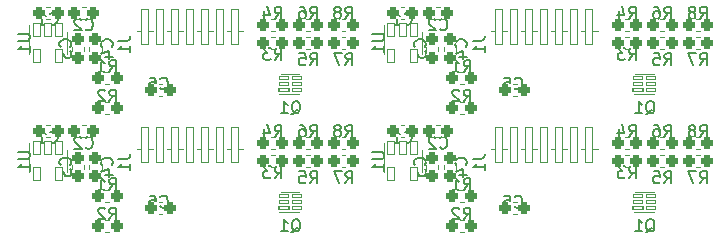
<source format=gbo>
%TF.GenerationSoftware,KiCad,Pcbnew,(6.0.1)*%
%TF.CreationDate,2022-12-02T00:54:43+09:00*%
%TF.ProjectId,VL6180ToF,564c3631-3830-4546-9f46-2e6b69636164,rev?*%
%TF.SameCoordinates,Original*%
%TF.FileFunction,Legend,Bot*%
%TF.FilePolarity,Positive*%
%FSLAX46Y46*%
G04 Gerber Fmt 4.6, Leading zero omitted, Abs format (unit mm)*
G04 Created by KiCad (PCBNEW (6.0.1)) date 2022-12-02 00:54:43*
%MOMM*%
%LPD*%
G01*
G04 APERTURE LIST*
G04 Aperture macros list*
%AMRoundRect*
0 Rectangle with rounded corners*
0 $1 Rounding radius*
0 $2 $3 $4 $5 $6 $7 $8 $9 X,Y pos of 4 corners*
0 Add a 4 corners polygon primitive as box body*
4,1,4,$2,$3,$4,$5,$6,$7,$8,$9,$2,$3,0*
0 Add four circle primitives for the rounded corners*
1,1,$1+$1,$2,$3*
1,1,$1+$1,$4,$5*
1,1,$1+$1,$6,$7*
1,1,$1+$1,$8,$9*
0 Add four rect primitives between the rounded corners*
20,1,$1+$1,$2,$3,$4,$5,0*
20,1,$1+$1,$4,$5,$6,$7,0*
20,1,$1+$1,$6,$7,$8,$9,0*
20,1,$1+$1,$8,$9,$2,$3,0*%
G04 Aperture macros list end*
%ADD10C,0.150000*%
%ADD11C,0.120000*%
%ADD12RoundRect,0.268750X-0.218750X-0.256250X0.218750X-0.256250X0.218750X0.256250X-0.218750X0.256250X0*%
%ADD13RoundRect,0.268750X0.218750X0.256250X-0.218750X0.256250X-0.218750X-0.256250X0.218750X-0.256250X0*%
%ADD14RoundRect,0.268750X0.256250X-0.218750X0.256250X0.218750X-0.256250X0.218750X-0.256250X-0.218750X0*%
%ADD15RoundRect,0.050000X0.425000X-0.140000X0.425000X0.140000X-0.425000X0.140000X-0.425000X-0.140000X0*%
%ADD16RoundRect,0.050000X0.375000X-0.140000X0.375000X0.140000X-0.375000X0.140000X-0.375000X-0.140000X0*%
%ADD17RoundRect,0.050000X-0.325000X0.530000X-0.325000X-0.530000X0.325000X-0.530000X0.325000X0.530000X0*%
%ADD18RoundRect,0.050000X-0.325000X1.500000X-0.325000X-1.500000X0.325000X-1.500000X0.325000X1.500000X0*%
G04 APERTURE END LIST*
D10*
%TO.C,C1*%
X118166666Y-101867142D02*
X118214285Y-101914761D01*
X118357142Y-101962380D01*
X118452380Y-101962380D01*
X118595238Y-101914761D01*
X118690476Y-101819523D01*
X118738095Y-101724285D01*
X118785714Y-101533809D01*
X118785714Y-101390952D01*
X118738095Y-101200476D01*
X118690476Y-101105238D01*
X118595238Y-101010000D01*
X118452380Y-100962380D01*
X118357142Y-100962380D01*
X118214285Y-101010000D01*
X118166666Y-101057619D01*
X117214285Y-101962380D02*
X117785714Y-101962380D01*
X117500000Y-101962380D02*
X117500000Y-100962380D01*
X117595238Y-101105238D01*
X117690476Y-101200476D01*
X117785714Y-101248095D01*
%TO.C,C2*%
X121166666Y-102357142D02*
X121214285Y-102404761D01*
X121357142Y-102452380D01*
X121452380Y-102452380D01*
X121595238Y-102404761D01*
X121690476Y-102309523D01*
X121738095Y-102214285D01*
X121785714Y-102023809D01*
X121785714Y-101880952D01*
X121738095Y-101690476D01*
X121690476Y-101595238D01*
X121595238Y-101500000D01*
X121452380Y-101452380D01*
X121357142Y-101452380D01*
X121214285Y-101500000D01*
X121166666Y-101547619D01*
X120785714Y-101547619D02*
X120738095Y-101500000D01*
X120642857Y-101452380D01*
X120404761Y-101452380D01*
X120309523Y-101500000D01*
X120261904Y-101547619D01*
X120214285Y-101642857D01*
X120214285Y-101738095D01*
X120261904Y-101880952D01*
X120833333Y-102452380D01*
X120214285Y-102452380D01*
%TO.C,C3*%
X119857142Y-103833333D02*
X119904761Y-103785714D01*
X119952380Y-103642857D01*
X119952380Y-103547619D01*
X119904761Y-103404761D01*
X119809523Y-103309523D01*
X119714285Y-103261904D01*
X119523809Y-103214285D01*
X119380952Y-103214285D01*
X119190476Y-103261904D01*
X119095238Y-103309523D01*
X119000000Y-103404761D01*
X118952380Y-103547619D01*
X118952380Y-103642857D01*
X119000000Y-103785714D01*
X119047619Y-103833333D01*
X118952380Y-104166666D02*
X118952380Y-104785714D01*
X119333333Y-104452380D01*
X119333333Y-104595238D01*
X119380952Y-104690476D01*
X119428571Y-104738095D01*
X119523809Y-104785714D01*
X119761904Y-104785714D01*
X119857142Y-104738095D01*
X119904761Y-104690476D01*
X119952380Y-104595238D01*
X119952380Y-104309523D01*
X119904761Y-104214285D01*
X119857142Y-104166666D01*
%TO.C,C4*%
X123357142Y-103833333D02*
X123404761Y-103785714D01*
X123452380Y-103642857D01*
X123452380Y-103547619D01*
X123404761Y-103404761D01*
X123309523Y-103309523D01*
X123214285Y-103261904D01*
X123023809Y-103214285D01*
X122880952Y-103214285D01*
X122690476Y-103261904D01*
X122595238Y-103309523D01*
X122500000Y-103404761D01*
X122452380Y-103547619D01*
X122452380Y-103642857D01*
X122500000Y-103785714D01*
X122547619Y-103833333D01*
X122785714Y-104690476D02*
X123452380Y-104690476D01*
X122404761Y-104452380D02*
X123119047Y-104214285D01*
X123119047Y-104833333D01*
%TO.C,C5*%
X127503887Y-107347142D02*
X127551506Y-107394761D01*
X127694363Y-107442380D01*
X127789601Y-107442380D01*
X127932459Y-107394761D01*
X128027697Y-107299523D01*
X128075316Y-107204285D01*
X128122935Y-107013809D01*
X128122935Y-106870952D01*
X128075316Y-106680476D01*
X128027697Y-106585238D01*
X127932459Y-106490000D01*
X127789601Y-106442380D01*
X127694363Y-106442380D01*
X127551506Y-106490000D01*
X127503887Y-106537619D01*
X126599125Y-106442380D02*
X127075316Y-106442380D01*
X127122935Y-106918571D01*
X127075316Y-106870952D01*
X126980078Y-106823333D01*
X126741982Y-106823333D01*
X126646744Y-106870952D01*
X126599125Y-106918571D01*
X126551506Y-107013809D01*
X126551506Y-107251904D01*
X126599125Y-107347142D01*
X126646744Y-107394761D01*
X126741982Y-107442380D01*
X126980078Y-107442380D01*
X127075316Y-107394761D01*
X127122935Y-107347142D01*
%TO.C,Q1*%
X138595238Y-109547619D02*
X138690476Y-109500000D01*
X138785714Y-109404761D01*
X138928571Y-109261904D01*
X139023809Y-109214285D01*
X139119047Y-109214285D01*
X139071428Y-109452380D02*
X139166666Y-109404761D01*
X139261904Y-109309523D01*
X139309523Y-109119047D01*
X139309523Y-108785714D01*
X139261904Y-108595238D01*
X139166666Y-108500000D01*
X139071428Y-108452380D01*
X138880952Y-108452380D01*
X138785714Y-108500000D01*
X138690476Y-108595238D01*
X138642857Y-108785714D01*
X138642857Y-109119047D01*
X138690476Y-109309523D01*
X138785714Y-109404761D01*
X138880952Y-109452380D01*
X139071428Y-109452380D01*
X137690476Y-109452380D02*
X138261904Y-109452380D01*
X137976190Y-109452380D02*
X137976190Y-108452380D01*
X138071428Y-108595238D01*
X138166666Y-108690476D01*
X138261904Y-108738095D01*
%TO.C,R1*%
X123166666Y-105952380D02*
X123500000Y-105476190D01*
X123738095Y-105952380D02*
X123738095Y-104952380D01*
X123357142Y-104952380D01*
X123261904Y-105000000D01*
X123214285Y-105047619D01*
X123166666Y-105142857D01*
X123166666Y-105285714D01*
X123214285Y-105380952D01*
X123261904Y-105428571D01*
X123357142Y-105476190D01*
X123738095Y-105476190D01*
X122214285Y-105952380D02*
X122785714Y-105952380D01*
X122500000Y-105952380D02*
X122500000Y-104952380D01*
X122595238Y-105095238D01*
X122690476Y-105190476D01*
X122785714Y-105238095D01*
%TO.C,R2*%
X123166666Y-108452380D02*
X123500000Y-107976190D01*
X123738095Y-108452380D02*
X123738095Y-107452380D01*
X123357142Y-107452380D01*
X123261904Y-107500000D01*
X123214285Y-107547619D01*
X123166666Y-107642857D01*
X123166666Y-107785714D01*
X123214285Y-107880952D01*
X123261904Y-107928571D01*
X123357142Y-107976190D01*
X123738095Y-107976190D01*
X122785714Y-107547619D02*
X122738095Y-107500000D01*
X122642857Y-107452380D01*
X122404761Y-107452380D01*
X122309523Y-107500000D01*
X122261904Y-107547619D01*
X122214285Y-107642857D01*
X122214285Y-107738095D01*
X122261904Y-107880952D01*
X122833333Y-108452380D01*
X122214285Y-108452380D01*
%TO.C,R3*%
X137166666Y-104952380D02*
X137500000Y-104476190D01*
X137738095Y-104952380D02*
X137738095Y-103952380D01*
X137357142Y-103952380D01*
X137261904Y-104000000D01*
X137214285Y-104047619D01*
X137166666Y-104142857D01*
X137166666Y-104285714D01*
X137214285Y-104380952D01*
X137261904Y-104428571D01*
X137357142Y-104476190D01*
X137738095Y-104476190D01*
X136833333Y-103952380D02*
X136214285Y-103952380D01*
X136547619Y-104333333D01*
X136404761Y-104333333D01*
X136309523Y-104380952D01*
X136261904Y-104428571D01*
X136214285Y-104523809D01*
X136214285Y-104761904D01*
X136261904Y-104857142D01*
X136309523Y-104904761D01*
X136404761Y-104952380D01*
X136690476Y-104952380D01*
X136785714Y-104904761D01*
X136833333Y-104857142D01*
%TO.C,R4*%
X137166666Y-101452380D02*
X137500000Y-100976190D01*
X137738095Y-101452380D02*
X137738095Y-100452380D01*
X137357142Y-100452380D01*
X137261904Y-100500000D01*
X137214285Y-100547619D01*
X137166666Y-100642857D01*
X137166666Y-100785714D01*
X137214285Y-100880952D01*
X137261904Y-100928571D01*
X137357142Y-100976190D01*
X137738095Y-100976190D01*
X136309523Y-100785714D02*
X136309523Y-101452380D01*
X136547619Y-100404761D02*
X136785714Y-101119047D01*
X136166666Y-101119047D01*
%TO.C,R5*%
X140166666Y-105382380D02*
X140500000Y-104906190D01*
X140738095Y-105382380D02*
X140738095Y-104382380D01*
X140357142Y-104382380D01*
X140261904Y-104430000D01*
X140214285Y-104477619D01*
X140166666Y-104572857D01*
X140166666Y-104715714D01*
X140214285Y-104810952D01*
X140261904Y-104858571D01*
X140357142Y-104906190D01*
X140738095Y-104906190D01*
X139261904Y-104382380D02*
X139738095Y-104382380D01*
X139785714Y-104858571D01*
X139738095Y-104810952D01*
X139642857Y-104763333D01*
X139404761Y-104763333D01*
X139309523Y-104810952D01*
X139261904Y-104858571D01*
X139214285Y-104953809D01*
X139214285Y-105191904D01*
X139261904Y-105287142D01*
X139309523Y-105334761D01*
X139404761Y-105382380D01*
X139642857Y-105382380D01*
X139738095Y-105334761D01*
X139785714Y-105287142D01*
%TO.C,R6*%
X140166666Y-101452380D02*
X140500000Y-100976190D01*
X140738095Y-101452380D02*
X140738095Y-100452380D01*
X140357142Y-100452380D01*
X140261904Y-100500000D01*
X140214285Y-100547619D01*
X140166666Y-100642857D01*
X140166666Y-100785714D01*
X140214285Y-100880952D01*
X140261904Y-100928571D01*
X140357142Y-100976190D01*
X140738095Y-100976190D01*
X139309523Y-100452380D02*
X139500000Y-100452380D01*
X139595238Y-100500000D01*
X139642857Y-100547619D01*
X139738095Y-100690476D01*
X139785714Y-100880952D01*
X139785714Y-101261904D01*
X139738095Y-101357142D01*
X139690476Y-101404761D01*
X139595238Y-101452380D01*
X139404761Y-101452380D01*
X139309523Y-101404761D01*
X139261904Y-101357142D01*
X139214285Y-101261904D01*
X139214285Y-101023809D01*
X139261904Y-100928571D01*
X139309523Y-100880952D01*
X139404761Y-100833333D01*
X139595238Y-100833333D01*
X139690476Y-100880952D01*
X139738095Y-100928571D01*
X139785714Y-101023809D01*
%TO.C,R7*%
X143166666Y-105382380D02*
X143500000Y-104906190D01*
X143738095Y-105382380D02*
X143738095Y-104382380D01*
X143357142Y-104382380D01*
X143261904Y-104430000D01*
X143214285Y-104477619D01*
X143166666Y-104572857D01*
X143166666Y-104715714D01*
X143214285Y-104810952D01*
X143261904Y-104858571D01*
X143357142Y-104906190D01*
X143738095Y-104906190D01*
X142833333Y-104382380D02*
X142166666Y-104382380D01*
X142595238Y-105382380D01*
%TO.C,R8*%
X143166666Y-101452380D02*
X143500000Y-100976190D01*
X143738095Y-101452380D02*
X143738095Y-100452380D01*
X143357142Y-100452380D01*
X143261904Y-100500000D01*
X143214285Y-100547619D01*
X143166666Y-100642857D01*
X143166666Y-100785714D01*
X143214285Y-100880952D01*
X143261904Y-100928571D01*
X143357142Y-100976190D01*
X143738095Y-100976190D01*
X142595238Y-100880952D02*
X142690476Y-100833333D01*
X142738095Y-100785714D01*
X142785714Y-100690476D01*
X142785714Y-100642857D01*
X142738095Y-100547619D01*
X142690476Y-100500000D01*
X142595238Y-100452380D01*
X142404761Y-100452380D01*
X142309523Y-100500000D01*
X142261904Y-100547619D01*
X142214285Y-100642857D01*
X142214285Y-100690476D01*
X142261904Y-100785714D01*
X142309523Y-100833333D01*
X142404761Y-100880952D01*
X142595238Y-100880952D01*
X142690476Y-100928571D01*
X142738095Y-100976190D01*
X142785714Y-101071428D01*
X142785714Y-101261904D01*
X142738095Y-101357142D01*
X142690476Y-101404761D01*
X142595238Y-101452380D01*
X142404761Y-101452380D01*
X142309523Y-101404761D01*
X142261904Y-101357142D01*
X142214285Y-101261904D01*
X142214285Y-101071428D01*
X142261904Y-100976190D01*
X142309523Y-100928571D01*
X142404761Y-100880952D01*
%TO.C,U1*%
X115452380Y-102738095D02*
X116261904Y-102738095D01*
X116357142Y-102785714D01*
X116404761Y-102833333D01*
X116452380Y-102928571D01*
X116452380Y-103119047D01*
X116404761Y-103214285D01*
X116357142Y-103261904D01*
X116261904Y-103309523D01*
X115452380Y-103309523D01*
X116452380Y-104309523D02*
X116452380Y-103738095D01*
X116452380Y-104023809D02*
X115452380Y-104023809D01*
X115595238Y-103928571D01*
X115690476Y-103833333D01*
X115738095Y-103738095D01*
%TO.C,R3*%
X167166666Y-114952380D02*
X167500000Y-114476190D01*
X167738095Y-114952380D02*
X167738095Y-113952380D01*
X167357142Y-113952380D01*
X167261904Y-114000000D01*
X167214285Y-114047619D01*
X167166666Y-114142857D01*
X167166666Y-114285714D01*
X167214285Y-114380952D01*
X167261904Y-114428571D01*
X167357142Y-114476190D01*
X167738095Y-114476190D01*
X166833333Y-113952380D02*
X166214285Y-113952380D01*
X166547619Y-114333333D01*
X166404761Y-114333333D01*
X166309523Y-114380952D01*
X166261904Y-114428571D01*
X166214285Y-114523809D01*
X166214285Y-114761904D01*
X166261904Y-114857142D01*
X166309523Y-114904761D01*
X166404761Y-114952380D01*
X166690476Y-114952380D01*
X166785714Y-114904761D01*
X166833333Y-114857142D01*
X137166666Y-114952380D02*
X137500000Y-114476190D01*
X137738095Y-114952380D02*
X137738095Y-113952380D01*
X137357142Y-113952380D01*
X137261904Y-114000000D01*
X137214285Y-114047619D01*
X137166666Y-114142857D01*
X137166666Y-114285714D01*
X137214285Y-114380952D01*
X137261904Y-114428571D01*
X137357142Y-114476190D01*
X137738095Y-114476190D01*
X136833333Y-113952380D02*
X136214285Y-113952380D01*
X136547619Y-114333333D01*
X136404761Y-114333333D01*
X136309523Y-114380952D01*
X136261904Y-114428571D01*
X136214285Y-114523809D01*
X136214285Y-114761904D01*
X136261904Y-114857142D01*
X136309523Y-114904761D01*
X136404761Y-114952380D01*
X136690476Y-114952380D01*
X136785714Y-114904761D01*
X136833333Y-114857142D01*
%TO.C,Q1*%
X168595238Y-109547619D02*
X168690476Y-109500000D01*
X168785714Y-109404761D01*
X168928571Y-109261904D01*
X169023809Y-109214285D01*
X169119047Y-109214285D01*
X169071428Y-109452380D02*
X169166666Y-109404761D01*
X169261904Y-109309523D01*
X169309523Y-109119047D01*
X169309523Y-108785714D01*
X169261904Y-108595238D01*
X169166666Y-108500000D01*
X169071428Y-108452380D01*
X168880952Y-108452380D01*
X168785714Y-108500000D01*
X168690476Y-108595238D01*
X168642857Y-108785714D01*
X168642857Y-109119047D01*
X168690476Y-109309523D01*
X168785714Y-109404761D01*
X168880952Y-109452380D01*
X169071428Y-109452380D01*
X167690476Y-109452380D02*
X168261904Y-109452380D01*
X167976190Y-109452380D02*
X167976190Y-108452380D01*
X168071428Y-108595238D01*
X168166666Y-108690476D01*
X168261904Y-108738095D01*
%TO.C,C3*%
X119857142Y-113833333D02*
X119904761Y-113785714D01*
X119952380Y-113642857D01*
X119952380Y-113547619D01*
X119904761Y-113404761D01*
X119809523Y-113309523D01*
X119714285Y-113261904D01*
X119523809Y-113214285D01*
X119380952Y-113214285D01*
X119190476Y-113261904D01*
X119095238Y-113309523D01*
X119000000Y-113404761D01*
X118952380Y-113547619D01*
X118952380Y-113642857D01*
X119000000Y-113785714D01*
X119047619Y-113833333D01*
X118952380Y-114166666D02*
X118952380Y-114785714D01*
X119333333Y-114452380D01*
X119333333Y-114595238D01*
X119380952Y-114690476D01*
X119428571Y-114738095D01*
X119523809Y-114785714D01*
X119761904Y-114785714D01*
X119857142Y-114738095D01*
X119904761Y-114690476D01*
X119952380Y-114595238D01*
X119952380Y-114309523D01*
X119904761Y-114214285D01*
X119857142Y-114166666D01*
%TO.C,C2*%
X151166666Y-102357142D02*
X151214285Y-102404761D01*
X151357142Y-102452380D01*
X151452380Y-102452380D01*
X151595238Y-102404761D01*
X151690476Y-102309523D01*
X151738095Y-102214285D01*
X151785714Y-102023809D01*
X151785714Y-101880952D01*
X151738095Y-101690476D01*
X151690476Y-101595238D01*
X151595238Y-101500000D01*
X151452380Y-101452380D01*
X151357142Y-101452380D01*
X151214285Y-101500000D01*
X151166666Y-101547619D01*
X150785714Y-101547619D02*
X150738095Y-101500000D01*
X150642857Y-101452380D01*
X150404761Y-101452380D01*
X150309523Y-101500000D01*
X150261904Y-101547619D01*
X150214285Y-101642857D01*
X150214285Y-101738095D01*
X150261904Y-101880952D01*
X150833333Y-102452380D01*
X150214285Y-102452380D01*
%TO.C,C1*%
X148166666Y-111867142D02*
X148214285Y-111914761D01*
X148357142Y-111962380D01*
X148452380Y-111962380D01*
X148595238Y-111914761D01*
X148690476Y-111819523D01*
X148738095Y-111724285D01*
X148785714Y-111533809D01*
X148785714Y-111390952D01*
X148738095Y-111200476D01*
X148690476Y-111105238D01*
X148595238Y-111010000D01*
X148452380Y-110962380D01*
X148357142Y-110962380D01*
X148214285Y-111010000D01*
X148166666Y-111057619D01*
X147214285Y-111962380D02*
X147785714Y-111962380D01*
X147500000Y-111962380D02*
X147500000Y-110962380D01*
X147595238Y-111105238D01*
X147690476Y-111200476D01*
X147785714Y-111248095D01*
%TO.C,R7*%
X173166666Y-105382380D02*
X173500000Y-104906190D01*
X173738095Y-105382380D02*
X173738095Y-104382380D01*
X173357142Y-104382380D01*
X173261904Y-104430000D01*
X173214285Y-104477619D01*
X173166666Y-104572857D01*
X173166666Y-104715714D01*
X173214285Y-104810952D01*
X173261904Y-104858571D01*
X173357142Y-104906190D01*
X173738095Y-104906190D01*
X172833333Y-104382380D02*
X172166666Y-104382380D01*
X172595238Y-105382380D01*
%TO.C,R2*%
X153166666Y-108452380D02*
X153500000Y-107976190D01*
X153738095Y-108452380D02*
X153738095Y-107452380D01*
X153357142Y-107452380D01*
X153261904Y-107500000D01*
X153214285Y-107547619D01*
X153166666Y-107642857D01*
X153166666Y-107785714D01*
X153214285Y-107880952D01*
X153261904Y-107928571D01*
X153357142Y-107976190D01*
X153738095Y-107976190D01*
X152785714Y-107547619D02*
X152738095Y-107500000D01*
X152642857Y-107452380D01*
X152404761Y-107452380D01*
X152309523Y-107500000D01*
X152261904Y-107547619D01*
X152214285Y-107642857D01*
X152214285Y-107738095D01*
X152261904Y-107880952D01*
X152833333Y-108452380D01*
X152214285Y-108452380D01*
%TO.C,R4*%
X167166666Y-111452380D02*
X167500000Y-110976190D01*
X167738095Y-111452380D02*
X167738095Y-110452380D01*
X167357142Y-110452380D01*
X167261904Y-110500000D01*
X167214285Y-110547619D01*
X167166666Y-110642857D01*
X167166666Y-110785714D01*
X167214285Y-110880952D01*
X167261904Y-110928571D01*
X167357142Y-110976190D01*
X167738095Y-110976190D01*
X166309523Y-110785714D02*
X166309523Y-111452380D01*
X166547619Y-110404761D02*
X166785714Y-111119047D01*
X166166666Y-111119047D01*
%TO.C,R6*%
X170166666Y-101452380D02*
X170500000Y-100976190D01*
X170738095Y-101452380D02*
X170738095Y-100452380D01*
X170357142Y-100452380D01*
X170261904Y-100500000D01*
X170214285Y-100547619D01*
X170166666Y-100642857D01*
X170166666Y-100785714D01*
X170214285Y-100880952D01*
X170261904Y-100928571D01*
X170357142Y-100976190D01*
X170738095Y-100976190D01*
X169309523Y-100452380D02*
X169500000Y-100452380D01*
X169595238Y-100500000D01*
X169642857Y-100547619D01*
X169738095Y-100690476D01*
X169785714Y-100880952D01*
X169785714Y-101261904D01*
X169738095Y-101357142D01*
X169690476Y-101404761D01*
X169595238Y-101452380D01*
X169404761Y-101452380D01*
X169309523Y-101404761D01*
X169261904Y-101357142D01*
X169214285Y-101261904D01*
X169214285Y-101023809D01*
X169261904Y-100928571D01*
X169309523Y-100880952D01*
X169404761Y-100833333D01*
X169595238Y-100833333D01*
X169690476Y-100880952D01*
X169738095Y-100928571D01*
X169785714Y-101023809D01*
%TO.C,R2*%
X123166666Y-118452380D02*
X123500000Y-117976190D01*
X123738095Y-118452380D02*
X123738095Y-117452380D01*
X123357142Y-117452380D01*
X123261904Y-117500000D01*
X123214285Y-117547619D01*
X123166666Y-117642857D01*
X123166666Y-117785714D01*
X123214285Y-117880952D01*
X123261904Y-117928571D01*
X123357142Y-117976190D01*
X123738095Y-117976190D01*
X122785714Y-117547619D02*
X122738095Y-117500000D01*
X122642857Y-117452380D01*
X122404761Y-117452380D01*
X122309523Y-117500000D01*
X122261904Y-117547619D01*
X122214285Y-117642857D01*
X122214285Y-117738095D01*
X122261904Y-117880952D01*
X122833333Y-118452380D01*
X122214285Y-118452380D01*
%TO.C,C2*%
X121166666Y-112357142D02*
X121214285Y-112404761D01*
X121357142Y-112452380D01*
X121452380Y-112452380D01*
X121595238Y-112404761D01*
X121690476Y-112309523D01*
X121738095Y-112214285D01*
X121785714Y-112023809D01*
X121785714Y-111880952D01*
X121738095Y-111690476D01*
X121690476Y-111595238D01*
X121595238Y-111500000D01*
X121452380Y-111452380D01*
X121357142Y-111452380D01*
X121214285Y-111500000D01*
X121166666Y-111547619D01*
X120785714Y-111547619D02*
X120738095Y-111500000D01*
X120642857Y-111452380D01*
X120404761Y-111452380D01*
X120309523Y-111500000D01*
X120261904Y-111547619D01*
X120214285Y-111642857D01*
X120214285Y-111738095D01*
X120261904Y-111880952D01*
X120833333Y-112452380D01*
X120214285Y-112452380D01*
%TO.C,J1*%
X153947380Y-103304166D02*
X154661666Y-103304166D01*
X154804523Y-103256547D01*
X154899761Y-103161309D01*
X154947380Y-103018452D01*
X154947380Y-102923214D01*
X154947380Y-104304166D02*
X154947380Y-103732738D01*
X154947380Y-104018452D02*
X153947380Y-104018452D01*
X154090238Y-103923214D01*
X154185476Y-103827976D01*
X154233095Y-103732738D01*
%TO.C,R8*%
X173166666Y-111452380D02*
X173500000Y-110976190D01*
X173738095Y-111452380D02*
X173738095Y-110452380D01*
X173357142Y-110452380D01*
X173261904Y-110500000D01*
X173214285Y-110547619D01*
X173166666Y-110642857D01*
X173166666Y-110785714D01*
X173214285Y-110880952D01*
X173261904Y-110928571D01*
X173357142Y-110976190D01*
X173738095Y-110976190D01*
X172595238Y-110880952D02*
X172690476Y-110833333D01*
X172738095Y-110785714D01*
X172785714Y-110690476D01*
X172785714Y-110642857D01*
X172738095Y-110547619D01*
X172690476Y-110500000D01*
X172595238Y-110452380D01*
X172404761Y-110452380D01*
X172309523Y-110500000D01*
X172261904Y-110547619D01*
X172214285Y-110642857D01*
X172214285Y-110690476D01*
X172261904Y-110785714D01*
X172309523Y-110833333D01*
X172404761Y-110880952D01*
X172595238Y-110880952D01*
X172690476Y-110928571D01*
X172738095Y-110976190D01*
X172785714Y-111071428D01*
X172785714Y-111261904D01*
X172738095Y-111357142D01*
X172690476Y-111404761D01*
X172595238Y-111452380D01*
X172404761Y-111452380D01*
X172309523Y-111404761D01*
X172261904Y-111357142D01*
X172214285Y-111261904D01*
X172214285Y-111071428D01*
X172261904Y-110976190D01*
X172309523Y-110928571D01*
X172404761Y-110880952D01*
%TO.C,R7*%
X173166666Y-115382380D02*
X173500000Y-114906190D01*
X173738095Y-115382380D02*
X173738095Y-114382380D01*
X173357142Y-114382380D01*
X173261904Y-114430000D01*
X173214285Y-114477619D01*
X173166666Y-114572857D01*
X173166666Y-114715714D01*
X173214285Y-114810952D01*
X173261904Y-114858571D01*
X173357142Y-114906190D01*
X173738095Y-114906190D01*
X172833333Y-114382380D02*
X172166666Y-114382380D01*
X172595238Y-115382380D01*
%TO.C,C4*%
X123357142Y-113833333D02*
X123404761Y-113785714D01*
X123452380Y-113642857D01*
X123452380Y-113547619D01*
X123404761Y-113404761D01*
X123309523Y-113309523D01*
X123214285Y-113261904D01*
X123023809Y-113214285D01*
X122880952Y-113214285D01*
X122690476Y-113261904D01*
X122595238Y-113309523D01*
X122500000Y-113404761D01*
X122452380Y-113547619D01*
X122452380Y-113642857D01*
X122500000Y-113785714D01*
X122547619Y-113833333D01*
X122785714Y-114690476D02*
X123452380Y-114690476D01*
X122404761Y-114452380D02*
X123119047Y-114214285D01*
X123119047Y-114833333D01*
%TO.C,C5*%
X127503887Y-117347142D02*
X127551506Y-117394761D01*
X127694363Y-117442380D01*
X127789601Y-117442380D01*
X127932459Y-117394761D01*
X128027697Y-117299523D01*
X128075316Y-117204285D01*
X128122935Y-117013809D01*
X128122935Y-116870952D01*
X128075316Y-116680476D01*
X128027697Y-116585238D01*
X127932459Y-116490000D01*
X127789601Y-116442380D01*
X127694363Y-116442380D01*
X127551506Y-116490000D01*
X127503887Y-116537619D01*
X126599125Y-116442380D02*
X127075316Y-116442380D01*
X127122935Y-116918571D01*
X127075316Y-116870952D01*
X126980078Y-116823333D01*
X126741982Y-116823333D01*
X126646744Y-116870952D01*
X126599125Y-116918571D01*
X126551506Y-117013809D01*
X126551506Y-117251904D01*
X126599125Y-117347142D01*
X126646744Y-117394761D01*
X126741982Y-117442380D01*
X126980078Y-117442380D01*
X127075316Y-117394761D01*
X127122935Y-117347142D01*
%TO.C,R8*%
X143166666Y-111452380D02*
X143500000Y-110976190D01*
X143738095Y-111452380D02*
X143738095Y-110452380D01*
X143357142Y-110452380D01*
X143261904Y-110500000D01*
X143214285Y-110547619D01*
X143166666Y-110642857D01*
X143166666Y-110785714D01*
X143214285Y-110880952D01*
X143261904Y-110928571D01*
X143357142Y-110976190D01*
X143738095Y-110976190D01*
X142595238Y-110880952D02*
X142690476Y-110833333D01*
X142738095Y-110785714D01*
X142785714Y-110690476D01*
X142785714Y-110642857D01*
X142738095Y-110547619D01*
X142690476Y-110500000D01*
X142595238Y-110452380D01*
X142404761Y-110452380D01*
X142309523Y-110500000D01*
X142261904Y-110547619D01*
X142214285Y-110642857D01*
X142214285Y-110690476D01*
X142261904Y-110785714D01*
X142309523Y-110833333D01*
X142404761Y-110880952D01*
X142595238Y-110880952D01*
X142690476Y-110928571D01*
X142738095Y-110976190D01*
X142785714Y-111071428D01*
X142785714Y-111261904D01*
X142738095Y-111357142D01*
X142690476Y-111404761D01*
X142595238Y-111452380D01*
X142404761Y-111452380D01*
X142309523Y-111404761D01*
X142261904Y-111357142D01*
X142214285Y-111261904D01*
X142214285Y-111071428D01*
X142261904Y-110976190D01*
X142309523Y-110928571D01*
X142404761Y-110880952D01*
%TO.C,J1*%
X153947380Y-113304166D02*
X154661666Y-113304166D01*
X154804523Y-113256547D01*
X154899761Y-113161309D01*
X154947380Y-113018452D01*
X154947380Y-112923214D01*
X154947380Y-114304166D02*
X154947380Y-113732738D01*
X154947380Y-114018452D02*
X153947380Y-114018452D01*
X154090238Y-113923214D01*
X154185476Y-113827976D01*
X154233095Y-113732738D01*
%TO.C,U1*%
X115452380Y-112738095D02*
X116261904Y-112738095D01*
X116357142Y-112785714D01*
X116404761Y-112833333D01*
X116452380Y-112928571D01*
X116452380Y-113119047D01*
X116404761Y-113214285D01*
X116357142Y-113261904D01*
X116261904Y-113309523D01*
X115452380Y-113309523D01*
X116452380Y-114309523D02*
X116452380Y-113738095D01*
X116452380Y-114023809D02*
X115452380Y-114023809D01*
X115595238Y-113928571D01*
X115690476Y-113833333D01*
X115738095Y-113738095D01*
%TO.C,J1*%
X123947380Y-103304166D02*
X124661666Y-103304166D01*
X124804523Y-103256547D01*
X124899761Y-103161309D01*
X124947380Y-103018452D01*
X124947380Y-102923214D01*
X124947380Y-104304166D02*
X124947380Y-103732738D01*
X124947380Y-104018452D02*
X123947380Y-104018452D01*
X124090238Y-103923214D01*
X124185476Y-103827976D01*
X124233095Y-103732738D01*
%TO.C,Q1*%
X138595238Y-119547619D02*
X138690476Y-119500000D01*
X138785714Y-119404761D01*
X138928571Y-119261904D01*
X139023809Y-119214285D01*
X139119047Y-119214285D01*
X139071428Y-119452380D02*
X139166666Y-119404761D01*
X139261904Y-119309523D01*
X139309523Y-119119047D01*
X139309523Y-118785714D01*
X139261904Y-118595238D01*
X139166666Y-118500000D01*
X139071428Y-118452380D01*
X138880952Y-118452380D01*
X138785714Y-118500000D01*
X138690476Y-118595238D01*
X138642857Y-118785714D01*
X138642857Y-119119047D01*
X138690476Y-119309523D01*
X138785714Y-119404761D01*
X138880952Y-119452380D01*
X139071428Y-119452380D01*
X137690476Y-119452380D02*
X138261904Y-119452380D01*
X137976190Y-119452380D02*
X137976190Y-118452380D01*
X138071428Y-118595238D01*
X138166666Y-118690476D01*
X138261904Y-118738095D01*
%TO.C,C3*%
X149857142Y-113833333D02*
X149904761Y-113785714D01*
X149952380Y-113642857D01*
X149952380Y-113547619D01*
X149904761Y-113404761D01*
X149809523Y-113309523D01*
X149714285Y-113261904D01*
X149523809Y-113214285D01*
X149380952Y-113214285D01*
X149190476Y-113261904D01*
X149095238Y-113309523D01*
X149000000Y-113404761D01*
X148952380Y-113547619D01*
X148952380Y-113642857D01*
X149000000Y-113785714D01*
X149047619Y-113833333D01*
X148952380Y-114166666D02*
X148952380Y-114785714D01*
X149333333Y-114452380D01*
X149333333Y-114595238D01*
X149380952Y-114690476D01*
X149428571Y-114738095D01*
X149523809Y-114785714D01*
X149761904Y-114785714D01*
X149857142Y-114738095D01*
X149904761Y-114690476D01*
X149952380Y-114595238D01*
X149952380Y-114309523D01*
X149904761Y-114214285D01*
X149857142Y-114166666D01*
%TO.C,R7*%
X143166666Y-115382380D02*
X143500000Y-114906190D01*
X143738095Y-115382380D02*
X143738095Y-114382380D01*
X143357142Y-114382380D01*
X143261904Y-114430000D01*
X143214285Y-114477619D01*
X143166666Y-114572857D01*
X143166666Y-114715714D01*
X143214285Y-114810952D01*
X143261904Y-114858571D01*
X143357142Y-114906190D01*
X143738095Y-114906190D01*
X142833333Y-114382380D02*
X142166666Y-114382380D01*
X142595238Y-115382380D01*
%TO.C,R5*%
X170166666Y-105382380D02*
X170500000Y-104906190D01*
X170738095Y-105382380D02*
X170738095Y-104382380D01*
X170357142Y-104382380D01*
X170261904Y-104430000D01*
X170214285Y-104477619D01*
X170166666Y-104572857D01*
X170166666Y-104715714D01*
X170214285Y-104810952D01*
X170261904Y-104858571D01*
X170357142Y-104906190D01*
X170738095Y-104906190D01*
X169261904Y-104382380D02*
X169738095Y-104382380D01*
X169785714Y-104858571D01*
X169738095Y-104810952D01*
X169642857Y-104763333D01*
X169404761Y-104763333D01*
X169309523Y-104810952D01*
X169261904Y-104858571D01*
X169214285Y-104953809D01*
X169214285Y-105191904D01*
X169261904Y-105287142D01*
X169309523Y-105334761D01*
X169404761Y-105382380D01*
X169642857Y-105382380D01*
X169738095Y-105334761D01*
X169785714Y-105287142D01*
%TO.C,C5*%
X157503887Y-117347142D02*
X157551506Y-117394761D01*
X157694363Y-117442380D01*
X157789601Y-117442380D01*
X157932459Y-117394761D01*
X158027697Y-117299523D01*
X158075316Y-117204285D01*
X158122935Y-117013809D01*
X158122935Y-116870952D01*
X158075316Y-116680476D01*
X158027697Y-116585238D01*
X157932459Y-116490000D01*
X157789601Y-116442380D01*
X157694363Y-116442380D01*
X157551506Y-116490000D01*
X157503887Y-116537619D01*
X156599125Y-116442380D02*
X157075316Y-116442380D01*
X157122935Y-116918571D01*
X157075316Y-116870952D01*
X156980078Y-116823333D01*
X156741982Y-116823333D01*
X156646744Y-116870952D01*
X156599125Y-116918571D01*
X156551506Y-117013809D01*
X156551506Y-117251904D01*
X156599125Y-117347142D01*
X156646744Y-117394761D01*
X156741982Y-117442380D01*
X156980078Y-117442380D01*
X157075316Y-117394761D01*
X157122935Y-117347142D01*
%TO.C,R1*%
X153166666Y-105952380D02*
X153500000Y-105476190D01*
X153738095Y-105952380D02*
X153738095Y-104952380D01*
X153357142Y-104952380D01*
X153261904Y-105000000D01*
X153214285Y-105047619D01*
X153166666Y-105142857D01*
X153166666Y-105285714D01*
X153214285Y-105380952D01*
X153261904Y-105428571D01*
X153357142Y-105476190D01*
X153738095Y-105476190D01*
X152214285Y-105952380D02*
X152785714Y-105952380D01*
X152500000Y-105952380D02*
X152500000Y-104952380D01*
X152595238Y-105095238D01*
X152690476Y-105190476D01*
X152785714Y-105238095D01*
%TO.C,C3*%
X149857142Y-103833333D02*
X149904761Y-103785714D01*
X149952380Y-103642857D01*
X149952380Y-103547619D01*
X149904761Y-103404761D01*
X149809523Y-103309523D01*
X149714285Y-103261904D01*
X149523809Y-103214285D01*
X149380952Y-103214285D01*
X149190476Y-103261904D01*
X149095238Y-103309523D01*
X149000000Y-103404761D01*
X148952380Y-103547619D01*
X148952380Y-103642857D01*
X149000000Y-103785714D01*
X149047619Y-103833333D01*
X148952380Y-104166666D02*
X148952380Y-104785714D01*
X149333333Y-104452380D01*
X149333333Y-104595238D01*
X149380952Y-104690476D01*
X149428571Y-104738095D01*
X149523809Y-104785714D01*
X149761904Y-104785714D01*
X149857142Y-104738095D01*
X149904761Y-104690476D01*
X149952380Y-104595238D01*
X149952380Y-104309523D01*
X149904761Y-104214285D01*
X149857142Y-104166666D01*
%TO.C,R1*%
X123166666Y-115952380D02*
X123500000Y-115476190D01*
X123738095Y-115952380D02*
X123738095Y-114952380D01*
X123357142Y-114952380D01*
X123261904Y-115000000D01*
X123214285Y-115047619D01*
X123166666Y-115142857D01*
X123166666Y-115285714D01*
X123214285Y-115380952D01*
X123261904Y-115428571D01*
X123357142Y-115476190D01*
X123738095Y-115476190D01*
X122214285Y-115952380D02*
X122785714Y-115952380D01*
X122500000Y-115952380D02*
X122500000Y-114952380D01*
X122595238Y-115095238D01*
X122690476Y-115190476D01*
X122785714Y-115238095D01*
X153166666Y-115952380D02*
X153500000Y-115476190D01*
X153738095Y-115952380D02*
X153738095Y-114952380D01*
X153357142Y-114952380D01*
X153261904Y-115000000D01*
X153214285Y-115047619D01*
X153166666Y-115142857D01*
X153166666Y-115285714D01*
X153214285Y-115380952D01*
X153261904Y-115428571D01*
X153357142Y-115476190D01*
X153738095Y-115476190D01*
X152214285Y-115952380D02*
X152785714Y-115952380D01*
X152500000Y-115952380D02*
X152500000Y-114952380D01*
X152595238Y-115095238D01*
X152690476Y-115190476D01*
X152785714Y-115238095D01*
%TO.C,C5*%
X157503887Y-107347142D02*
X157551506Y-107394761D01*
X157694363Y-107442380D01*
X157789601Y-107442380D01*
X157932459Y-107394761D01*
X158027697Y-107299523D01*
X158075316Y-107204285D01*
X158122935Y-107013809D01*
X158122935Y-106870952D01*
X158075316Y-106680476D01*
X158027697Y-106585238D01*
X157932459Y-106490000D01*
X157789601Y-106442380D01*
X157694363Y-106442380D01*
X157551506Y-106490000D01*
X157503887Y-106537619D01*
X156599125Y-106442380D02*
X157075316Y-106442380D01*
X157122935Y-106918571D01*
X157075316Y-106870952D01*
X156980078Y-106823333D01*
X156741982Y-106823333D01*
X156646744Y-106870952D01*
X156599125Y-106918571D01*
X156551506Y-107013809D01*
X156551506Y-107251904D01*
X156599125Y-107347142D01*
X156646744Y-107394761D01*
X156741982Y-107442380D01*
X156980078Y-107442380D01*
X157075316Y-107394761D01*
X157122935Y-107347142D01*
%TO.C,R5*%
X140166666Y-115382380D02*
X140500000Y-114906190D01*
X140738095Y-115382380D02*
X140738095Y-114382380D01*
X140357142Y-114382380D01*
X140261904Y-114430000D01*
X140214285Y-114477619D01*
X140166666Y-114572857D01*
X140166666Y-114715714D01*
X140214285Y-114810952D01*
X140261904Y-114858571D01*
X140357142Y-114906190D01*
X140738095Y-114906190D01*
X139261904Y-114382380D02*
X139738095Y-114382380D01*
X139785714Y-114858571D01*
X139738095Y-114810952D01*
X139642857Y-114763333D01*
X139404761Y-114763333D01*
X139309523Y-114810952D01*
X139261904Y-114858571D01*
X139214285Y-114953809D01*
X139214285Y-115191904D01*
X139261904Y-115287142D01*
X139309523Y-115334761D01*
X139404761Y-115382380D01*
X139642857Y-115382380D01*
X139738095Y-115334761D01*
X139785714Y-115287142D01*
X170166666Y-115382380D02*
X170500000Y-114906190D01*
X170738095Y-115382380D02*
X170738095Y-114382380D01*
X170357142Y-114382380D01*
X170261904Y-114430000D01*
X170214285Y-114477619D01*
X170166666Y-114572857D01*
X170166666Y-114715714D01*
X170214285Y-114810952D01*
X170261904Y-114858571D01*
X170357142Y-114906190D01*
X170738095Y-114906190D01*
X169261904Y-114382380D02*
X169738095Y-114382380D01*
X169785714Y-114858571D01*
X169738095Y-114810952D01*
X169642857Y-114763333D01*
X169404761Y-114763333D01*
X169309523Y-114810952D01*
X169261904Y-114858571D01*
X169214285Y-114953809D01*
X169214285Y-115191904D01*
X169261904Y-115287142D01*
X169309523Y-115334761D01*
X169404761Y-115382380D01*
X169642857Y-115382380D01*
X169738095Y-115334761D01*
X169785714Y-115287142D01*
%TO.C,R4*%
X137166666Y-111452380D02*
X137500000Y-110976190D01*
X137738095Y-111452380D02*
X137738095Y-110452380D01*
X137357142Y-110452380D01*
X137261904Y-110500000D01*
X137214285Y-110547619D01*
X137166666Y-110642857D01*
X137166666Y-110785714D01*
X137214285Y-110880952D01*
X137261904Y-110928571D01*
X137357142Y-110976190D01*
X137738095Y-110976190D01*
X136309523Y-110785714D02*
X136309523Y-111452380D01*
X136547619Y-110404761D02*
X136785714Y-111119047D01*
X136166666Y-111119047D01*
%TO.C,R6*%
X140166666Y-111452380D02*
X140500000Y-110976190D01*
X140738095Y-111452380D02*
X140738095Y-110452380D01*
X140357142Y-110452380D01*
X140261904Y-110500000D01*
X140214285Y-110547619D01*
X140166666Y-110642857D01*
X140166666Y-110785714D01*
X140214285Y-110880952D01*
X140261904Y-110928571D01*
X140357142Y-110976190D01*
X140738095Y-110976190D01*
X139309523Y-110452380D02*
X139500000Y-110452380D01*
X139595238Y-110500000D01*
X139642857Y-110547619D01*
X139738095Y-110690476D01*
X139785714Y-110880952D01*
X139785714Y-111261904D01*
X139738095Y-111357142D01*
X139690476Y-111404761D01*
X139595238Y-111452380D01*
X139404761Y-111452380D01*
X139309523Y-111404761D01*
X139261904Y-111357142D01*
X139214285Y-111261904D01*
X139214285Y-111023809D01*
X139261904Y-110928571D01*
X139309523Y-110880952D01*
X139404761Y-110833333D01*
X139595238Y-110833333D01*
X139690476Y-110880952D01*
X139738095Y-110928571D01*
X139785714Y-111023809D01*
%TO.C,C1*%
X118166666Y-111867142D02*
X118214285Y-111914761D01*
X118357142Y-111962380D01*
X118452380Y-111962380D01*
X118595238Y-111914761D01*
X118690476Y-111819523D01*
X118738095Y-111724285D01*
X118785714Y-111533809D01*
X118785714Y-111390952D01*
X118738095Y-111200476D01*
X118690476Y-111105238D01*
X118595238Y-111010000D01*
X118452380Y-110962380D01*
X118357142Y-110962380D01*
X118214285Y-111010000D01*
X118166666Y-111057619D01*
X117214285Y-111962380D02*
X117785714Y-111962380D01*
X117500000Y-111962380D02*
X117500000Y-110962380D01*
X117595238Y-111105238D01*
X117690476Y-111200476D01*
X117785714Y-111248095D01*
X148166666Y-101867142D02*
X148214285Y-101914761D01*
X148357142Y-101962380D01*
X148452380Y-101962380D01*
X148595238Y-101914761D01*
X148690476Y-101819523D01*
X148738095Y-101724285D01*
X148785714Y-101533809D01*
X148785714Y-101390952D01*
X148738095Y-101200476D01*
X148690476Y-101105238D01*
X148595238Y-101010000D01*
X148452380Y-100962380D01*
X148357142Y-100962380D01*
X148214285Y-101010000D01*
X148166666Y-101057619D01*
X147214285Y-101962380D02*
X147785714Y-101962380D01*
X147500000Y-101962380D02*
X147500000Y-100962380D01*
X147595238Y-101105238D01*
X147690476Y-101200476D01*
X147785714Y-101248095D01*
%TO.C,R2*%
X153166666Y-118452380D02*
X153500000Y-117976190D01*
X153738095Y-118452380D02*
X153738095Y-117452380D01*
X153357142Y-117452380D01*
X153261904Y-117500000D01*
X153214285Y-117547619D01*
X153166666Y-117642857D01*
X153166666Y-117785714D01*
X153214285Y-117880952D01*
X153261904Y-117928571D01*
X153357142Y-117976190D01*
X153738095Y-117976190D01*
X152785714Y-117547619D02*
X152738095Y-117500000D01*
X152642857Y-117452380D01*
X152404761Y-117452380D01*
X152309523Y-117500000D01*
X152261904Y-117547619D01*
X152214285Y-117642857D01*
X152214285Y-117738095D01*
X152261904Y-117880952D01*
X152833333Y-118452380D01*
X152214285Y-118452380D01*
%TO.C,C4*%
X153357142Y-113833333D02*
X153404761Y-113785714D01*
X153452380Y-113642857D01*
X153452380Y-113547619D01*
X153404761Y-113404761D01*
X153309523Y-113309523D01*
X153214285Y-113261904D01*
X153023809Y-113214285D01*
X152880952Y-113214285D01*
X152690476Y-113261904D01*
X152595238Y-113309523D01*
X152500000Y-113404761D01*
X152452380Y-113547619D01*
X152452380Y-113642857D01*
X152500000Y-113785714D01*
X152547619Y-113833333D01*
X152785714Y-114690476D02*
X153452380Y-114690476D01*
X152404761Y-114452380D02*
X153119047Y-114214285D01*
X153119047Y-114833333D01*
%TO.C,C2*%
X151166666Y-112357142D02*
X151214285Y-112404761D01*
X151357142Y-112452380D01*
X151452380Y-112452380D01*
X151595238Y-112404761D01*
X151690476Y-112309523D01*
X151738095Y-112214285D01*
X151785714Y-112023809D01*
X151785714Y-111880952D01*
X151738095Y-111690476D01*
X151690476Y-111595238D01*
X151595238Y-111500000D01*
X151452380Y-111452380D01*
X151357142Y-111452380D01*
X151214285Y-111500000D01*
X151166666Y-111547619D01*
X150785714Y-111547619D02*
X150738095Y-111500000D01*
X150642857Y-111452380D01*
X150404761Y-111452380D01*
X150309523Y-111500000D01*
X150261904Y-111547619D01*
X150214285Y-111642857D01*
X150214285Y-111738095D01*
X150261904Y-111880952D01*
X150833333Y-112452380D01*
X150214285Y-112452380D01*
%TO.C,U1*%
X145452380Y-112738095D02*
X146261904Y-112738095D01*
X146357142Y-112785714D01*
X146404761Y-112833333D01*
X146452380Y-112928571D01*
X146452380Y-113119047D01*
X146404761Y-113214285D01*
X146357142Y-113261904D01*
X146261904Y-113309523D01*
X145452380Y-113309523D01*
X146452380Y-114309523D02*
X146452380Y-113738095D01*
X146452380Y-114023809D02*
X145452380Y-114023809D01*
X145595238Y-113928571D01*
X145690476Y-113833333D01*
X145738095Y-113738095D01*
%TO.C,R6*%
X170166666Y-111452380D02*
X170500000Y-110976190D01*
X170738095Y-111452380D02*
X170738095Y-110452380D01*
X170357142Y-110452380D01*
X170261904Y-110500000D01*
X170214285Y-110547619D01*
X170166666Y-110642857D01*
X170166666Y-110785714D01*
X170214285Y-110880952D01*
X170261904Y-110928571D01*
X170357142Y-110976190D01*
X170738095Y-110976190D01*
X169309523Y-110452380D02*
X169500000Y-110452380D01*
X169595238Y-110500000D01*
X169642857Y-110547619D01*
X169738095Y-110690476D01*
X169785714Y-110880952D01*
X169785714Y-111261904D01*
X169738095Y-111357142D01*
X169690476Y-111404761D01*
X169595238Y-111452380D01*
X169404761Y-111452380D01*
X169309523Y-111404761D01*
X169261904Y-111357142D01*
X169214285Y-111261904D01*
X169214285Y-111023809D01*
X169261904Y-110928571D01*
X169309523Y-110880952D01*
X169404761Y-110833333D01*
X169595238Y-110833333D01*
X169690476Y-110880952D01*
X169738095Y-110928571D01*
X169785714Y-111023809D01*
%TO.C,Q1*%
X168595238Y-119547619D02*
X168690476Y-119500000D01*
X168785714Y-119404761D01*
X168928571Y-119261904D01*
X169023809Y-119214285D01*
X169119047Y-119214285D01*
X169071428Y-119452380D02*
X169166666Y-119404761D01*
X169261904Y-119309523D01*
X169309523Y-119119047D01*
X169309523Y-118785714D01*
X169261904Y-118595238D01*
X169166666Y-118500000D01*
X169071428Y-118452380D01*
X168880952Y-118452380D01*
X168785714Y-118500000D01*
X168690476Y-118595238D01*
X168642857Y-118785714D01*
X168642857Y-119119047D01*
X168690476Y-119309523D01*
X168785714Y-119404761D01*
X168880952Y-119452380D01*
X169071428Y-119452380D01*
X167690476Y-119452380D02*
X168261904Y-119452380D01*
X167976190Y-119452380D02*
X167976190Y-118452380D01*
X168071428Y-118595238D01*
X168166666Y-118690476D01*
X168261904Y-118738095D01*
%TO.C,R3*%
X167166666Y-104952380D02*
X167500000Y-104476190D01*
X167738095Y-104952380D02*
X167738095Y-103952380D01*
X167357142Y-103952380D01*
X167261904Y-104000000D01*
X167214285Y-104047619D01*
X167166666Y-104142857D01*
X167166666Y-104285714D01*
X167214285Y-104380952D01*
X167261904Y-104428571D01*
X167357142Y-104476190D01*
X167738095Y-104476190D01*
X166833333Y-103952380D02*
X166214285Y-103952380D01*
X166547619Y-104333333D01*
X166404761Y-104333333D01*
X166309523Y-104380952D01*
X166261904Y-104428571D01*
X166214285Y-104523809D01*
X166214285Y-104761904D01*
X166261904Y-104857142D01*
X166309523Y-104904761D01*
X166404761Y-104952380D01*
X166690476Y-104952380D01*
X166785714Y-104904761D01*
X166833333Y-104857142D01*
%TO.C,U1*%
X145452380Y-102738095D02*
X146261904Y-102738095D01*
X146357142Y-102785714D01*
X146404761Y-102833333D01*
X146452380Y-102928571D01*
X146452380Y-103119047D01*
X146404761Y-103214285D01*
X146357142Y-103261904D01*
X146261904Y-103309523D01*
X145452380Y-103309523D01*
X146452380Y-104309523D02*
X146452380Y-103738095D01*
X146452380Y-104023809D02*
X145452380Y-104023809D01*
X145595238Y-103928571D01*
X145690476Y-103833333D01*
X145738095Y-103738095D01*
%TO.C,R4*%
X167166666Y-101452380D02*
X167500000Y-100976190D01*
X167738095Y-101452380D02*
X167738095Y-100452380D01*
X167357142Y-100452380D01*
X167261904Y-100500000D01*
X167214285Y-100547619D01*
X167166666Y-100642857D01*
X167166666Y-100785714D01*
X167214285Y-100880952D01*
X167261904Y-100928571D01*
X167357142Y-100976190D01*
X167738095Y-100976190D01*
X166309523Y-100785714D02*
X166309523Y-101452380D01*
X166547619Y-100404761D02*
X166785714Y-101119047D01*
X166166666Y-101119047D01*
%TO.C,R8*%
X173166666Y-101452380D02*
X173500000Y-100976190D01*
X173738095Y-101452380D02*
X173738095Y-100452380D01*
X173357142Y-100452380D01*
X173261904Y-100500000D01*
X173214285Y-100547619D01*
X173166666Y-100642857D01*
X173166666Y-100785714D01*
X173214285Y-100880952D01*
X173261904Y-100928571D01*
X173357142Y-100976190D01*
X173738095Y-100976190D01*
X172595238Y-100880952D02*
X172690476Y-100833333D01*
X172738095Y-100785714D01*
X172785714Y-100690476D01*
X172785714Y-100642857D01*
X172738095Y-100547619D01*
X172690476Y-100500000D01*
X172595238Y-100452380D01*
X172404761Y-100452380D01*
X172309523Y-100500000D01*
X172261904Y-100547619D01*
X172214285Y-100642857D01*
X172214285Y-100690476D01*
X172261904Y-100785714D01*
X172309523Y-100833333D01*
X172404761Y-100880952D01*
X172595238Y-100880952D01*
X172690476Y-100928571D01*
X172738095Y-100976190D01*
X172785714Y-101071428D01*
X172785714Y-101261904D01*
X172738095Y-101357142D01*
X172690476Y-101404761D01*
X172595238Y-101452380D01*
X172404761Y-101452380D01*
X172309523Y-101404761D01*
X172261904Y-101357142D01*
X172214285Y-101261904D01*
X172214285Y-101071428D01*
X172261904Y-100976190D01*
X172309523Y-100928571D01*
X172404761Y-100880952D01*
%TO.C,C4*%
X153357142Y-103833333D02*
X153404761Y-103785714D01*
X153452380Y-103642857D01*
X153452380Y-103547619D01*
X153404761Y-103404761D01*
X153309523Y-103309523D01*
X153214285Y-103261904D01*
X153023809Y-103214285D01*
X152880952Y-103214285D01*
X152690476Y-103261904D01*
X152595238Y-103309523D01*
X152500000Y-103404761D01*
X152452380Y-103547619D01*
X152452380Y-103642857D01*
X152500000Y-103785714D01*
X152547619Y-103833333D01*
X152785714Y-104690476D02*
X153452380Y-104690476D01*
X152404761Y-104452380D02*
X153119047Y-104214285D01*
X153119047Y-104833333D01*
%TO.C,J1*%
X123947380Y-113304166D02*
X124661666Y-113304166D01*
X124804523Y-113256547D01*
X124899761Y-113161309D01*
X124947380Y-113018452D01*
X124947380Y-112923214D01*
X124947380Y-114304166D02*
X124947380Y-113732738D01*
X124947380Y-114018452D02*
X123947380Y-114018452D01*
X124090238Y-113923214D01*
X124185476Y-113827976D01*
X124233095Y-113732738D01*
D11*
%TO.C,C1*%
X117837221Y-100490000D02*
X118162779Y-100490000D01*
X117837221Y-101510000D02*
X118162779Y-101510000D01*
%TO.C,C2*%
X121162779Y-101510000D02*
X120837221Y-101510000D01*
X121162779Y-100490000D02*
X120837221Y-100490000D01*
%TO.C,C3*%
X121010000Y-104162779D02*
X121010000Y-103837221D01*
X119990000Y-104162779D02*
X119990000Y-103837221D01*
%TO.C,C4*%
X122510000Y-104162779D02*
X122510000Y-103837221D01*
X121490000Y-104162779D02*
X121490000Y-103837221D01*
%TO.C,C5*%
X127662779Y-108010000D02*
X127337221Y-108010000D01*
X127662779Y-106990000D02*
X127337221Y-106990000D01*
%TO.C,Q1*%
X137555000Y-107850000D02*
X139255000Y-107850000D01*
X137705000Y-106150000D02*
X139255000Y-106150000D01*
%TO.C,R1*%
X122837221Y-105990000D02*
X123162779Y-105990000D01*
X122837221Y-107010000D02*
X123162779Y-107010000D01*
%TO.C,R2*%
X122837221Y-109510000D02*
X123162779Y-109510000D01*
X122837221Y-108490000D02*
X123162779Y-108490000D01*
%TO.C,R3*%
X137162779Y-104010000D02*
X136837221Y-104010000D01*
X137162779Y-102990000D02*
X136837221Y-102990000D01*
%TO.C,R4*%
X137162779Y-101490000D02*
X136837221Y-101490000D01*
X137162779Y-102510000D02*
X136837221Y-102510000D01*
%TO.C,R5*%
X139837221Y-102990000D02*
X140162779Y-102990000D01*
X139837221Y-104010000D02*
X140162779Y-104010000D01*
%TO.C,R6*%
X139837221Y-101490000D02*
X140162779Y-101490000D01*
X139837221Y-102510000D02*
X140162779Y-102510000D01*
%TO.C,R7*%
X142837221Y-104010000D02*
X143162779Y-104010000D01*
X142837221Y-102990000D02*
X143162779Y-102990000D01*
%TO.C,R8*%
X142837221Y-101490000D02*
X143162779Y-101490000D01*
X142837221Y-102510000D02*
X143162779Y-102510000D01*
%TO.C,U1*%
X116390000Y-104400000D02*
X116390000Y-101950000D01*
X119610000Y-102600000D02*
X119610000Y-104400000D01*
%TO.C,R3*%
X167162779Y-112990000D02*
X166837221Y-112990000D01*
X167162779Y-114010000D02*
X166837221Y-114010000D01*
X137162779Y-112990000D02*
X136837221Y-112990000D01*
X137162779Y-114010000D02*
X136837221Y-114010000D01*
%TO.C,Q1*%
X167555000Y-107850000D02*
X169255000Y-107850000D01*
X167705000Y-106150000D02*
X169255000Y-106150000D01*
%TO.C,C3*%
X119990000Y-114162779D02*
X119990000Y-113837221D01*
X121010000Y-114162779D02*
X121010000Y-113837221D01*
%TO.C,C2*%
X151162779Y-100490000D02*
X150837221Y-100490000D01*
X151162779Y-101510000D02*
X150837221Y-101510000D01*
%TO.C,C1*%
X147837221Y-111510000D02*
X148162779Y-111510000D01*
X147837221Y-110490000D02*
X148162779Y-110490000D01*
%TO.C,R7*%
X172837221Y-102990000D02*
X173162779Y-102990000D01*
X172837221Y-104010000D02*
X173162779Y-104010000D01*
%TO.C,R2*%
X152837221Y-108490000D02*
X153162779Y-108490000D01*
X152837221Y-109510000D02*
X153162779Y-109510000D01*
%TO.C,R4*%
X167162779Y-111490000D02*
X166837221Y-111490000D01*
X167162779Y-112510000D02*
X166837221Y-112510000D01*
%TO.C,R6*%
X169837221Y-102510000D02*
X170162779Y-102510000D01*
X169837221Y-101490000D02*
X170162779Y-101490000D01*
%TO.C,R2*%
X122837221Y-119510000D02*
X123162779Y-119510000D01*
X122837221Y-118490000D02*
X123162779Y-118490000D01*
%TO.C,C2*%
X121162779Y-110490000D02*
X120837221Y-110490000D01*
X121162779Y-111510000D02*
X120837221Y-111510000D01*
%TO.C,J1*%
X164395000Y-102527500D02*
X164505000Y-102527500D01*
X160585000Y-102527500D02*
X161955000Y-102527500D01*
X155505000Y-102527500D02*
X156875000Y-102527500D01*
X163125000Y-102527500D02*
X164495000Y-102527500D01*
X158045000Y-102527500D02*
X159415000Y-102527500D01*
%TO.C,R8*%
X172837221Y-111490000D02*
X173162779Y-111490000D01*
X172837221Y-112510000D02*
X173162779Y-112510000D01*
%TO.C,R7*%
X172837221Y-112990000D02*
X173162779Y-112990000D01*
X172837221Y-114010000D02*
X173162779Y-114010000D01*
%TO.C,C4*%
X121490000Y-114162779D02*
X121490000Y-113837221D01*
X122510000Y-114162779D02*
X122510000Y-113837221D01*
%TO.C,C5*%
X127662779Y-116990000D02*
X127337221Y-116990000D01*
X127662779Y-118010000D02*
X127337221Y-118010000D01*
%TO.C,R8*%
X142837221Y-111490000D02*
X143162779Y-111490000D01*
X142837221Y-112510000D02*
X143162779Y-112510000D01*
%TO.C,J1*%
X164395000Y-112527500D02*
X164505000Y-112527500D01*
X158045000Y-112527500D02*
X159415000Y-112527500D01*
X163125000Y-112527500D02*
X164495000Y-112527500D01*
X160585000Y-112527500D02*
X161955000Y-112527500D01*
X155505000Y-112527500D02*
X156875000Y-112527500D01*
%TO.C,U1*%
X116390000Y-114400000D02*
X116390000Y-111950000D01*
X119610000Y-112600000D02*
X119610000Y-114400000D01*
%TO.C,J1*%
X128045000Y-102527500D02*
X129415000Y-102527500D01*
X130585000Y-102527500D02*
X131955000Y-102527500D01*
X125505000Y-102527500D02*
X126875000Y-102527500D01*
X133125000Y-102527500D02*
X134495000Y-102527500D01*
X134395000Y-102527500D02*
X134505000Y-102527500D01*
%TO.C,Q1*%
X137705000Y-116150000D02*
X139255000Y-116150000D01*
X137555000Y-117850000D02*
X139255000Y-117850000D01*
%TO.C,C3*%
X151010000Y-114162779D02*
X151010000Y-113837221D01*
X149990000Y-114162779D02*
X149990000Y-113837221D01*
%TO.C,R7*%
X142837221Y-114010000D02*
X143162779Y-114010000D01*
X142837221Y-112990000D02*
X143162779Y-112990000D01*
%TO.C,R5*%
X169837221Y-102990000D02*
X170162779Y-102990000D01*
X169837221Y-104010000D02*
X170162779Y-104010000D01*
%TO.C,C5*%
X157662779Y-118010000D02*
X157337221Y-118010000D01*
X157662779Y-116990000D02*
X157337221Y-116990000D01*
%TO.C,R1*%
X152837221Y-105990000D02*
X153162779Y-105990000D01*
X152837221Y-107010000D02*
X153162779Y-107010000D01*
%TO.C,C3*%
X151010000Y-104162779D02*
X151010000Y-103837221D01*
X149990000Y-104162779D02*
X149990000Y-103837221D01*
%TO.C,R1*%
X122837221Y-115990000D02*
X123162779Y-115990000D01*
X122837221Y-117010000D02*
X123162779Y-117010000D01*
X152837221Y-117010000D02*
X153162779Y-117010000D01*
X152837221Y-115990000D02*
X153162779Y-115990000D01*
%TO.C,C5*%
X157662779Y-106990000D02*
X157337221Y-106990000D01*
X157662779Y-108010000D02*
X157337221Y-108010000D01*
%TO.C,R5*%
X139837221Y-114010000D02*
X140162779Y-114010000D01*
X139837221Y-112990000D02*
X140162779Y-112990000D01*
X169837221Y-114010000D02*
X170162779Y-114010000D01*
X169837221Y-112990000D02*
X170162779Y-112990000D01*
%TO.C,R4*%
X137162779Y-111490000D02*
X136837221Y-111490000D01*
X137162779Y-112510000D02*
X136837221Y-112510000D01*
%TO.C,R6*%
X139837221Y-111490000D02*
X140162779Y-111490000D01*
X139837221Y-112510000D02*
X140162779Y-112510000D01*
%TO.C,C1*%
X117837221Y-110490000D02*
X118162779Y-110490000D01*
X117837221Y-111510000D02*
X118162779Y-111510000D01*
X147837221Y-101510000D02*
X148162779Y-101510000D01*
X147837221Y-100490000D02*
X148162779Y-100490000D01*
%TO.C,R2*%
X152837221Y-118490000D02*
X153162779Y-118490000D01*
X152837221Y-119510000D02*
X153162779Y-119510000D01*
%TO.C,C4*%
X151490000Y-114162779D02*
X151490000Y-113837221D01*
X152510000Y-114162779D02*
X152510000Y-113837221D01*
%TO.C,C2*%
X151162779Y-111510000D02*
X150837221Y-111510000D01*
X151162779Y-110490000D02*
X150837221Y-110490000D01*
%TO.C,U1*%
X149610000Y-112600000D02*
X149610000Y-114400000D01*
X146390000Y-114400000D02*
X146390000Y-111950000D01*
%TO.C,R6*%
X169837221Y-111490000D02*
X170162779Y-111490000D01*
X169837221Y-112510000D02*
X170162779Y-112510000D01*
%TO.C,Q1*%
X167555000Y-117850000D02*
X169255000Y-117850000D01*
X167705000Y-116150000D02*
X169255000Y-116150000D01*
%TO.C,R3*%
X167162779Y-102990000D02*
X166837221Y-102990000D01*
X167162779Y-104010000D02*
X166837221Y-104010000D01*
%TO.C,U1*%
X146390000Y-104400000D02*
X146390000Y-101950000D01*
X149610000Y-102600000D02*
X149610000Y-104400000D01*
%TO.C,R4*%
X167162779Y-101490000D02*
X166837221Y-101490000D01*
X167162779Y-102510000D02*
X166837221Y-102510000D01*
%TO.C,R8*%
X172837221Y-102510000D02*
X173162779Y-102510000D01*
X172837221Y-101490000D02*
X173162779Y-101490000D01*
%TO.C,C4*%
X151490000Y-104162779D02*
X151490000Y-103837221D01*
X152510000Y-104162779D02*
X152510000Y-103837221D01*
%TO.C,J1*%
X125505000Y-112527500D02*
X126875000Y-112527500D01*
X133125000Y-112527500D02*
X134495000Y-112527500D01*
X130585000Y-112527500D02*
X131955000Y-112527500D01*
X128045000Y-112527500D02*
X129415000Y-112527500D01*
X134395000Y-112527500D02*
X134505000Y-112527500D01*
%TD*%
%LPC*%
D12*
%TO.C,C1*%
X117212500Y-101000000D03*
X118787500Y-101000000D03*
%TD*%
D13*
%TO.C,C2*%
X121787500Y-101000000D03*
X120212500Y-101000000D03*
%TD*%
D14*
%TO.C,C3*%
X120500000Y-104787500D03*
X120500000Y-103212500D03*
%TD*%
%TO.C,C4*%
X122000000Y-104787500D03*
X122000000Y-103212500D03*
%TD*%
D13*
%TO.C,C5*%
X128287500Y-107500000D03*
X126712500Y-107500000D03*
%TD*%
D15*
%TO.C,Q1*%
X137975000Y-107500000D03*
D16*
X137925000Y-107000000D03*
X137925000Y-106500000D03*
X139075000Y-106500000D03*
X139075000Y-107000000D03*
X139075000Y-107500000D03*
%TD*%
D12*
%TO.C,R1*%
X122212500Y-106500000D03*
X123787500Y-106500000D03*
%TD*%
%TO.C,R2*%
X122212500Y-109000000D03*
X123787500Y-109000000D03*
%TD*%
D13*
%TO.C,R3*%
X137787500Y-103500000D03*
X136212500Y-103500000D03*
%TD*%
%TO.C,R4*%
X137787500Y-102000000D03*
X136212500Y-102000000D03*
%TD*%
D12*
%TO.C,R5*%
X139212500Y-103500000D03*
X140787500Y-103500000D03*
%TD*%
%TO.C,R6*%
X139212500Y-102000000D03*
X140787500Y-102000000D03*
%TD*%
%TO.C,R7*%
X142212500Y-103500000D03*
X143787500Y-103500000D03*
%TD*%
%TO.C,R8*%
X142212500Y-102000000D03*
X143787500Y-102000000D03*
%TD*%
D17*
%TO.C,U1*%
X117050000Y-102400000D03*
X118000000Y-102400000D03*
X118950000Y-102400000D03*
X118950000Y-104600000D03*
X117050000Y-104600000D03*
%TD*%
D13*
%TO.C,R3*%
X167787500Y-113500000D03*
X166212500Y-113500000D03*
%TD*%
%TO.C,R3*%
X137787500Y-113500000D03*
X136212500Y-113500000D03*
%TD*%
D15*
%TO.C,Q1*%
X167975000Y-107500000D03*
D16*
X167925000Y-107000000D03*
X167925000Y-106500000D03*
X169075000Y-106500000D03*
X169075000Y-107000000D03*
X169075000Y-107500000D03*
%TD*%
D14*
%TO.C,C3*%
X120500000Y-114787500D03*
X120500000Y-113212500D03*
%TD*%
D13*
%TO.C,C2*%
X151787500Y-101000000D03*
X150212500Y-101000000D03*
%TD*%
D12*
%TO.C,C1*%
X147212500Y-111000000D03*
X148787500Y-111000000D03*
%TD*%
%TO.C,R7*%
X172212500Y-103500000D03*
X173787500Y-103500000D03*
%TD*%
%TO.C,R2*%
X152212500Y-109000000D03*
X153787500Y-109000000D03*
%TD*%
D13*
%TO.C,R4*%
X167787500Y-112000000D03*
X166212500Y-112000000D03*
%TD*%
D12*
%TO.C,R6*%
X169212500Y-102000000D03*
X170787500Y-102000000D03*
%TD*%
%TO.C,R2*%
X122212500Y-119000000D03*
X123787500Y-119000000D03*
%TD*%
D13*
%TO.C,C2*%
X121787500Y-111000000D03*
X120212500Y-111000000D03*
%TD*%
D18*
%TO.C,J1*%
X156190000Y-102137500D03*
X157460000Y-102137500D03*
X158730000Y-102137500D03*
X160000000Y-102137500D03*
X161270000Y-102137500D03*
X162540000Y-102137500D03*
X163810000Y-102137500D03*
%TD*%
D12*
%TO.C,R8*%
X172212500Y-112000000D03*
X173787500Y-112000000D03*
%TD*%
%TO.C,R7*%
X172212500Y-113500000D03*
X173787500Y-113500000D03*
%TD*%
D14*
%TO.C,C4*%
X122000000Y-114787500D03*
X122000000Y-113212500D03*
%TD*%
D13*
%TO.C,C5*%
X128287500Y-117500000D03*
X126712500Y-117500000D03*
%TD*%
D12*
%TO.C,R8*%
X142212500Y-112000000D03*
X143787500Y-112000000D03*
%TD*%
D18*
%TO.C,J1*%
X156190000Y-112137500D03*
X157460000Y-112137500D03*
X158730000Y-112137500D03*
X160000000Y-112137500D03*
X161270000Y-112137500D03*
X162540000Y-112137500D03*
X163810000Y-112137500D03*
%TD*%
D17*
%TO.C,U1*%
X117050000Y-112400000D03*
X118000000Y-112400000D03*
X118950000Y-112400000D03*
X118950000Y-114600000D03*
X117050000Y-114600000D03*
%TD*%
D18*
%TO.C,J1*%
X126190000Y-102137500D03*
X127460000Y-102137500D03*
X128730000Y-102137500D03*
X130000000Y-102137500D03*
X131270000Y-102137500D03*
X132540000Y-102137500D03*
X133810000Y-102137500D03*
%TD*%
D15*
%TO.C,Q1*%
X137975000Y-117500000D03*
D16*
X137925000Y-117000000D03*
X137925000Y-116500000D03*
X139075000Y-116500000D03*
X139075000Y-117000000D03*
X139075000Y-117500000D03*
%TD*%
D14*
%TO.C,C3*%
X150500000Y-114787500D03*
X150500000Y-113212500D03*
%TD*%
D12*
%TO.C,R7*%
X142212500Y-113500000D03*
X143787500Y-113500000D03*
%TD*%
%TO.C,R5*%
X169212500Y-103500000D03*
X170787500Y-103500000D03*
%TD*%
D13*
%TO.C,C5*%
X158287500Y-117500000D03*
X156712500Y-117500000D03*
%TD*%
D12*
%TO.C,R1*%
X152212500Y-106500000D03*
X153787500Y-106500000D03*
%TD*%
D14*
%TO.C,C3*%
X150500000Y-104787500D03*
X150500000Y-103212500D03*
%TD*%
D12*
%TO.C,R1*%
X122212500Y-116500000D03*
X123787500Y-116500000D03*
%TD*%
%TO.C,R1*%
X152212500Y-116500000D03*
X153787500Y-116500000D03*
%TD*%
D13*
%TO.C,C5*%
X158287500Y-107500000D03*
X156712500Y-107500000D03*
%TD*%
D12*
%TO.C,R5*%
X139212500Y-113500000D03*
X140787500Y-113500000D03*
%TD*%
%TO.C,R5*%
X169212500Y-113500000D03*
X170787500Y-113500000D03*
%TD*%
D13*
%TO.C,R4*%
X137787500Y-112000000D03*
X136212500Y-112000000D03*
%TD*%
D12*
%TO.C,R6*%
X139212500Y-112000000D03*
X140787500Y-112000000D03*
%TD*%
%TO.C,C1*%
X117212500Y-111000000D03*
X118787500Y-111000000D03*
%TD*%
%TO.C,C1*%
X147212500Y-101000000D03*
X148787500Y-101000000D03*
%TD*%
%TO.C,R2*%
X152212500Y-119000000D03*
X153787500Y-119000000D03*
%TD*%
D14*
%TO.C,C4*%
X152000000Y-114787500D03*
X152000000Y-113212500D03*
%TD*%
D13*
%TO.C,C2*%
X151787500Y-111000000D03*
X150212500Y-111000000D03*
%TD*%
D17*
%TO.C,U1*%
X147050000Y-112400000D03*
X148000000Y-112400000D03*
X148950000Y-112400000D03*
X148950000Y-114600000D03*
X147050000Y-114600000D03*
%TD*%
D12*
%TO.C,R6*%
X169212500Y-112000000D03*
X170787500Y-112000000D03*
%TD*%
D15*
%TO.C,Q1*%
X167975000Y-117500000D03*
D16*
X167925000Y-117000000D03*
X167925000Y-116500000D03*
X169075000Y-116500000D03*
X169075000Y-117000000D03*
X169075000Y-117500000D03*
%TD*%
D13*
%TO.C,R3*%
X167787500Y-103500000D03*
X166212500Y-103500000D03*
%TD*%
D17*
%TO.C,U1*%
X147050000Y-102400000D03*
X148000000Y-102400000D03*
X148950000Y-102400000D03*
X148950000Y-104600000D03*
X147050000Y-104600000D03*
%TD*%
D13*
%TO.C,R4*%
X167787500Y-102000000D03*
X166212500Y-102000000D03*
%TD*%
D12*
%TO.C,R8*%
X172212500Y-102000000D03*
X173787500Y-102000000D03*
%TD*%
D14*
%TO.C,C4*%
X152000000Y-104787500D03*
X152000000Y-103212500D03*
%TD*%
D18*
%TO.C,J1*%
X126190000Y-112137500D03*
X127460000Y-112137500D03*
X128730000Y-112137500D03*
X130000000Y-112137500D03*
X131270000Y-112137500D03*
X132540000Y-112137500D03*
X133810000Y-112137500D03*
%TD*%
M02*

</source>
